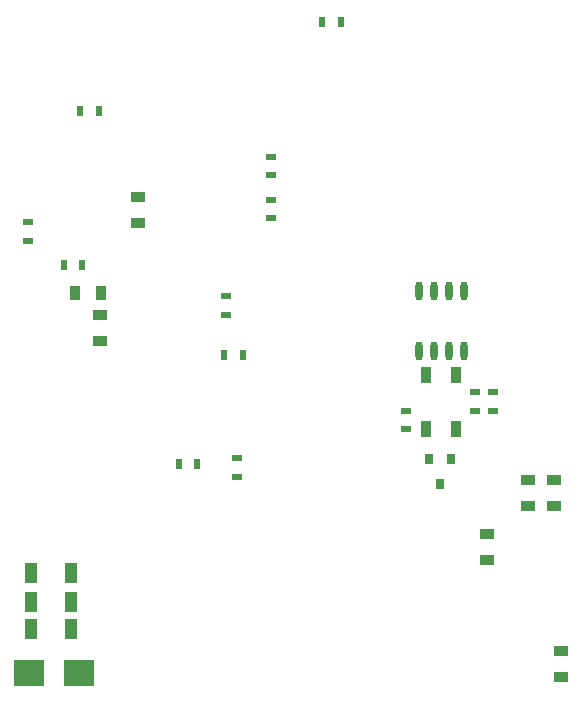
<source format=gbr>
%TF.GenerationSoftware,Altium Limited,Altium Designer,20.2.5 (213)*%
G04 Layer_Color=128*
%FSLAX44Y44*%
%MOMM*%
%TF.SameCoordinates,3FE501F2-1E46-4B48-ABA6-5278C61F2325*%
%TF.FilePolarity,Positive*%
%TF.FileFunction,Paste,Bot*%
%TF.Part,Single*%
G01*
G75*
%TA.AperFunction,SMDPad,CuDef*%
%ADD15R,0.6000X0.9000*%
%ADD18O,0.6500X1.6000*%
G04:AMPARAMS|DCode=19|XSize=1.35mm|YSize=0.9mm|CornerRadius=0.09mm|HoleSize=0mm|Usage=FLASHONLY|Rotation=270.000|XOffset=0mm|YOffset=0mm|HoleType=Round|Shape=RoundedRectangle|*
%AMROUNDEDRECTD19*
21,1,1.3500,0.7200,0,0,270.0*
21,1,1.1700,0.9000,0,0,270.0*
1,1,0.1800,-0.3600,-0.5850*
1,1,0.1800,-0.3600,0.5850*
1,1,0.1800,0.3600,0.5850*
1,1,0.1800,0.3600,-0.5850*
%
%ADD19ROUNDEDRECTD19*%
%ADD20R,0.9000X0.6000*%
%ADD21R,0.7000X0.9000*%
%ADD22R,0.1000X0.1000*%
%ADD23R,1.3000X0.9000*%
%ADD31R,2.5000X2.3000*%
%ADD32R,1.1000X1.7000*%
%ADD60R,0.9000X1.3000*%
D15*
X365800Y618000D02*
D03*
X350200D02*
D03*
X228400Y244000D02*
D03*
X244000D02*
D03*
X160800Y543000D02*
D03*
X145200D02*
D03*
X147000Y412000D02*
D03*
X131400D02*
D03*
X267200Y336000D02*
D03*
X282800D02*
D03*
D18*
X444701Y390006D02*
D03*
X457402D02*
D03*
X470102D02*
D03*
X432001Y390006D02*
D03*
Y340006D02*
D03*
X444701D02*
D03*
X470102D02*
D03*
X457402D02*
D03*
D19*
X438000Y273500D02*
D03*
Y319000D02*
D03*
X463000Y273500D02*
D03*
Y319000D02*
D03*
D20*
X278000Y233200D02*
D03*
Y248800D02*
D03*
X479000Y289200D02*
D03*
Y304800D02*
D03*
X421000Y273200D02*
D03*
Y288800D02*
D03*
X495000Y289200D02*
D03*
Y304800D02*
D03*
X269000Y370200D02*
D03*
Y385800D02*
D03*
X307000Y503800D02*
D03*
Y488200D02*
D03*
Y452200D02*
D03*
Y467800D02*
D03*
X101000Y433000D02*
D03*
Y448600D02*
D03*
D21*
X450000Y227000D02*
D03*
X459500Y248000D02*
D03*
X440500D02*
D03*
D22*
X489500Y324000D02*
D03*
X504500D02*
D03*
D23*
X162000Y370000D02*
D03*
Y348000D02*
D03*
X194000Y448000D02*
D03*
Y470000D02*
D03*
X490000Y163000D02*
D03*
Y185000D02*
D03*
X552000Y64000D02*
D03*
Y86000D02*
D03*
X546000Y230000D02*
D03*
Y208000D02*
D03*
X524000D02*
D03*
Y230000D02*
D03*
D31*
X101500Y67250D02*
D03*
X144500D02*
D03*
D32*
X137750Y151250D02*
D03*
X103750D02*
D03*
X137500Y127250D02*
D03*
X103500D02*
D03*
X137500Y104000D02*
D03*
X103500D02*
D03*
D60*
X163000Y389000D02*
D03*
X141000D02*
D03*
%TF.MD5,e1a95c68f459cbb01748fa542a376a40*%
M02*

</source>
